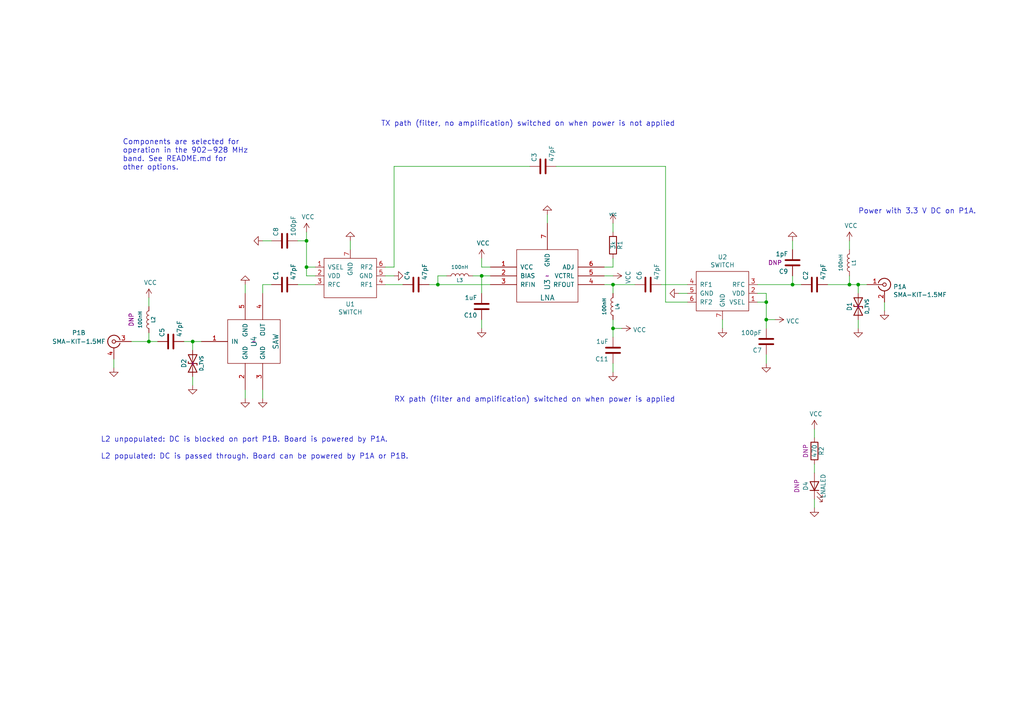
<source format=kicad_sch>
(kicad_sch (version 20230121) (generator eeschema)
  (paper "A4")
  (title_block (title "LNA1109") (date "2020-08-05") (company "Copyright (c) 2014-2020 Great Scott Gadgets <info@greatscottgadgets.com>") (comment 1 "Licensed under the CERN-OHL-P v2"))
  (lib_symbols
    (symbol "Device:C" (pin_numbers hide) (pin_names (offset 0.254))
      (property "Reference" "C" (at 0.635 2.54 0))
      (property "Value" "C" (at 0.635 -2.54 0))
      (symbol "C_0_1"
        (polyline (pts (xy -2.032 -0.762) (xy 2.032 -0.762)) (stroke (width 0.508)))
        (polyline (pts (xy -2.032 0.762) (xy 2.032 0.762)) (stroke (width 0.508)))
      )
      (symbol "C_1_1"
        (pin passive line (at 0 3.81 270) (length 2.794) (name "~") (number "1"))
        (pin passive line (at 0 -3.81 90) (length 2.794) (name "~") (number "2"))
      )
    )
    (symbol "Device:D_TVS" (pin_numbers hide) (pin_names (offset 1.016) hide)
      (property "Reference" "D" (at 0 2.54 0))
      (property "Value" "D_TVS" (at 0 -2.54 0))
      (symbol "D_TVS_0_1"
        (polyline (pts (xy 1.27 0) (xy -1.27 0)))
        (polyline (pts (xy 0.508 1.27) (xy 0 1.27) (xy 0 -1.27) (xy -0.508 -1.27)) (stroke (width 0.254)))
        (polyline (pts (xy -2.54 1.27) (xy -2.54 -1.27) (xy 2.54 1.27) (xy 2.54 -1.27) (xy -2.54 1.27)) (stroke (width 0.254)))
      )
      (symbol "D_TVS_1_1"
        (pin passive line (at -3.81 0 0) (length 2.54) (name "A1") (number "1"))
        (pin passive line (at 3.81 0 180) (length 2.54) (name "A2") (number "2"))
      )
    )
    (symbol "Device:L" (pin_numbers hide) (pin_names (offset 1.016) hide)
      (property "Reference" "L" (at -1.27 0 90))
      (property "Value" "L" (at 1.905 0 90))
      (symbol "L_0_1"
        (arc (start 0 -2.54) (mid 0.6323 -1.905) (end 0 -1.27))
        (arc (start 0 -1.27) (mid 0.6323 -0.635) (end 0 0))
        (arc (start 0 0) (mid 0.6323 0.635) (end 0 1.27))
        (arc (start 0 1.27) (mid 0.6323 1.905) (end 0 2.54))
      )
      (symbol "L_1_1"
        (pin passive line (at 0 3.81 270) (length 1.27) (name "1") (number "1"))
        (pin passive line (at 0 -3.81 90) (length 1.27) (name "2") (number "2"))
      )
    )
    (symbol "Device:LED" (pin_numbers hide) (pin_names (offset 1.016) hide)
      (property "Reference" "D" (at 0 2.54 0))
      (property "Value" "LED" (at 0 -2.54 0))
      (symbol "LED_0_1"
        (polyline (pts (xy -1.27 -1.27) (xy -1.27 1.27)) (stroke (width 0.254)))
        (polyline (pts (xy -1.27 0) (xy 1.27 0)))
        (polyline (pts (xy 1.27 -1.27) (xy 1.27 1.27) (xy -1.27 0) (xy 1.27 -1.27)) (stroke (width 0.254)))
        (polyline (pts (xy -3.048 -0.762) (xy -4.572 -2.286) (xy -3.81 -2.286) (xy -4.572 -2.286) (xy -4.572 -1.524)))
        (polyline (pts (xy -1.778 -0.762) (xy -3.302 -2.286) (xy -2.54 -2.286) (xy -3.302 -2.286) (xy -3.302 -1.524)))
      )
      (symbol "LED_1_1"
        (pin passive line (at -3.81 0 0) (length 2.54) (name "K") (number "1"))
        (pin passive line (at 3.81 0 180) (length 2.54) (name "A") (number "2"))
      )
    )
    (symbol "Device:R" (pin_numbers hide) (pin_names (offset 0))
      (property "Reference" "R" (at 2.032 0 90))
      (property "Value" "R" (at 0 0 90))
      (symbol "R_0_1"
        (rectangle (start -1.016 -2.54) (end 1.016 2.54) (stroke (width 0.254)))
      )
      (symbol "R_1_1"
        (pin passive line (at 0 3.81 270) (length 1.27) (name "~") (number "1"))
        (pin passive line (at 0 -3.81 90) (length 1.27) (name "~") (number "2"))
      )
    )
    (symbol "LNA1109-rescue:BGB741L7ESD-gsg-symbols" (pin_names (offset 1.016))
      (property "Reference" "U" (at 0 -2.54 90))
      (property "Value" "gsg-symbols_BGB741L7ESD" (at 0 -6.35 0))
      (symbol "BGB741L7ESD-gsg-symbols_0_1"
        (rectangle (start -8.89 7.62) (end 8.89 -7.62))
      )
      (symbol "BGB741L7ESD-gsg-symbols_1_1"
        (pin power_in line (at -16.51 2.54 0) (length 7.62) (name "VCC") (number "1"))
        (pin output line (at -16.51 0 0) (length 7.62) (name "BIAS") (number "2"))
        (pin input line (at -16.51 -2.54 0) (length 7.62) (name "RFIN") (number "3"))
        (pin output line (at 16.51 -2.54 180) (length 7.62) (name "RFOUT") (number "4"))
        (pin input line (at 16.51 0 180) (length 7.62) (name "VCTRL") (number "5"))
        (pin input line (at 16.51 2.54 180) (length 7.62) (name "ADJ") (number "6"))
        (pin power_in line (at 0 15.24 270) (length 7.62) (name "GND") (number "7"))
      )
    )
    (symbol "LNA1109-rescue:FAR-F5QA-gsg-symbols" (pin_names (offset 1.016))
      (property "Reference" "U" (at 0 0 90))
      (property "Value" "gsg-symbols_FAR-F5QA" (at 6.35 0 90))
      (symbol "FAR-F5QA-gsg-symbols_0_1"
        (rectangle (start -7.62 6.35) (end 7.62 -6.35))
      )
      (symbol "FAR-F5QA-gsg-symbols_1_1"
        (pin bidirectional line (at -15.24 0 0) (length 7.62) (name "IN") (number "1"))
        (pin power_in line (at -2.54 -13.97 90) (length 7.62) (name "GND") (number "2"))
        (pin power_in line (at 2.54 -13.97 90) (length 7.62) (name "GND") (number "3"))
        (pin bidirectional line (at 2.54 13.97 270) (length 7.62) (name "OUT") (number "4"))
        (pin power_in line (at -2.54 13.97 270) (length 7.62) (name "GND") (number "5"))
      )
    )
    (symbol "LNA1109-rescue:GRF6011-gsg-symbols" (pin_names (offset 1.016))
      (property "Reference" "U" (at 0 -2.54 0))
      (property "Value" "gsg-symbols_GRF6011" (at 0 -5.08 0))
      (symbol "GRF6011-gsg-symbols_0_1"
        (rectangle (start -7.62 5.08) (end 7.62 -6.35))
      )
      (symbol "GRF6011-gsg-symbols_1_1"
        (pin input line (at -10.16 2.54 0) (length 2.54) (name "VSEL") (number "1"))
        (pin power_in line (at -10.16 0 0) (length 2.54) (name "VDD") (number "2"))
        (pin bidirectional line (at -10.16 -2.54 0) (length 2.54) (name "RFC") (number "3"))
        (pin bidirectional line (at 10.16 -2.54 180) (length 2.54) (name "RF1") (number "4"))
        (pin power_in line (at 10.16 0 180) (length 2.54) (name "GND") (number "5"))
        (pin bidirectional line (at 10.16 2.54 180) (length 2.54) (name "RF2") (number "6"))
        (pin power_in line (at 0 7.62 270) (length 2.54) (name "GND") (number "7"))
      )
    )
    (symbol "LNA1109-rescue:SMA-KIT-1.5MF-gsg-symbols" (pin_names (offset 1.016) hide)
      (property "Reference" "P" (at 0 3.302 0))
      (property "Value" "gsg-symbols_SMA-KIT-1.5MF" (at 3.048 0 90))
      (symbol "SMA-KIT-1.5MF-gsg-symbols_0_1"
        (arc (start -1.778 -0.508) (mid 0.2311 -1.8066) (end 1.778 0) (stroke (width 0.254)))
        (circle (center 0 0) (radius 0.508) (stroke (width 0.2032)))
        (arc (start 1.778 0) (mid 0.2099 1.8101) (end -1.778 0.508) (stroke (width 0.254)))
      )
      (symbol "SMA-KIT-1.5MF-gsg-symbols_1_1"
        (pin passive line (at -5.08 0 0) (length 4.572) (name "RF") (number "1"))
        (pin passive line (at 0 -5.08 90) (length 3.302) (name "SHIELD") (number "2"))
      )
      (symbol "SMA-KIT-1.5MF-gsg-symbols_2_1"
        (pin passive line (at -5.08 0 0) (length 4.572) (name "RF") (number "3"))
        (pin passive line (at 0 -5.08 90) (length 3.302) (name "SHIELD") (number "4"))
      )
    )
    (symbol "power:GND" (power) (pin_names (offset 0))
      (property "Value" "GND" (at 0 -3.81 0))
      (symbol "GND_0_1"
        (polyline (pts (xy 0 0) (xy 0 -1.27) (xy 1.27 -1.27) (xy 0 -2.54) (xy -1.27 -1.27) (xy 0 -1.27)))
      )
      (symbol "GND_1_1"
        (pin power_in line (at 0 0 270) (length 0) hide (name "GND") (number "1"))
      )
    )
    (symbol "power:VCC" (power) (pin_names (offset 0))
      (property "Value" "VCC" (at 0 3.81 0))
      (symbol "VCC_0_1"
        (polyline (pts (xy -0.762 1.27) (xy 0 2.54)))
        (polyline (pts (xy 0 0) (xy 0 2.54)))
        (polyline (pts (xy 0 2.54) (xy 0.762 1.27)))
      )
      (symbol "VCC_1_1"
        (pin power_in line (at 0 0 90) (length 0) hide (name "VCC") (number "1"))
      )
    )
  )
  (junction (at 246.38 82.55))
  (junction (at 222.25 92.71))
  (junction (at 88.9 69.85))
  (junction (at 229.87 82.55))
  (junction (at 177.8 82.55))
  (junction (at 139.7 80.01))
  (junction (at 177.8 95.25))
  (junction (at 55.88 99.06))
  (junction (at 222.25 87.63))
  (junction (at 43.18 99.06))
  (junction (at 88.9 77.47))
  (junction (at 248.92 82.55))
  (junction (at 127 82.55))
  (wire (pts (xy 139.7 77.47) (xy 139.7 74.93)))
  (wire (pts (xy 229.87 80.01) (xy 229.87 82.55)))
  (wire (pts (xy 129.54 80.01) (xy 127 80.01)))
  (wire (pts (xy 240.03 82.55) (xy 246.38 82.55)))
  (wire (pts (xy 55.88 111.76) (xy 55.88 109.22)))
  (wire (pts (xy 33.02 106.68) (xy 33.02 104.14)))
  (wire (pts (xy 127 80.01) (xy 127 82.55)))
  (wire (pts (xy 219.71 87.63) (xy 222.25 87.63)))
  (wire (pts (xy 71.12 82.55) (xy 71.12 85.09)))
  (wire (pts (xy 139.7 80.01) (xy 139.7 85.09)))
  (wire (pts (xy 101.6 72.39) (xy 101.6 69.85)))
  (wire (pts (xy 175.26 82.55) (xy 177.8 82.55)))
  (wire (pts (xy 222.25 87.63) (xy 222.25 92.71)))
  (wire (pts (xy 55.88 99.06) (xy 58.42 99.06)))
  (wire (pts (xy 229.87 69.85) (xy 229.87 72.39)))
  (wire (pts (xy 88.9 80.01) (xy 88.9 77.47)))
  (wire (pts (xy 76.2 69.85) (xy 78.74 69.85)))
  (wire (pts (xy 111.76 77.47) (xy 114.3 77.47)))
  (wire (pts (xy 196.85 85.09) (xy 199.39 85.09)))
  (wire (pts (xy 236.22 144.78) (xy 236.22 147.32)))
  (wire (pts (xy 137.16 80.01) (xy 139.7 80.01)))
  (wire (pts (xy 43.18 86.36) (xy 43.18 88.9)))
  (wire (pts (xy 229.87 82.55) (xy 232.41 82.55)))
  (wire (pts (xy 222.25 102.87) (xy 222.25 105.41)))
  (wire (pts (xy 175.26 80.01) (xy 177.8 80.01)))
  (wire (pts (xy 177.8 95.25) (xy 180.34 95.25)))
  (wire (pts (xy 114.3 80.01) (xy 111.76 80.01)))
  (wire (pts (xy 53.34 99.06) (xy 55.88 99.06)))
  (wire (pts (xy 177.8 77.47) (xy 177.8 74.93)))
  (wire (pts (xy 177.8 95.25) (xy 177.8 97.79)))
  (wire (pts (xy 127 82.55) (xy 142.24 82.55)))
  (wire (pts (xy 139.7 80.01) (xy 142.24 80.01)))
  (wire (pts (xy 76.2 82.55) (xy 78.74 82.55)))
  (wire (pts (xy 175.26 77.47) (xy 177.8 77.47)))
  (wire (pts (xy 246.38 69.85) (xy 246.38 72.39)))
  (wire (pts (xy 209.55 92.71) (xy 209.55 95.25)))
  (wire (pts (xy 43.18 96.52) (xy 43.18 99.06)))
  (wire (pts (xy 43.18 99.06) (xy 45.72 99.06)))
  (wire (pts (xy 199.39 82.55) (xy 191.77 82.55)))
  (wire (pts (xy 246.38 82.55) (xy 248.92 82.55)))
  (wire (pts (xy 91.44 80.01) (xy 88.9 80.01)))
  (wire (pts (xy 158.75 62.23) (xy 158.75 64.77)))
  (wire (pts (xy 55.88 99.06) (xy 55.88 101.6)))
  (wire (pts (xy 222.25 92.71) (xy 222.25 95.25)))
  (wire (pts (xy 86.36 82.55) (xy 91.44 82.55)))
  (wire (pts (xy 38.1 99.06) (xy 43.18 99.06)))
  (wire (pts (xy 161.29 48.26) (xy 193.04 48.26)))
  (wire (pts (xy 124.46 82.55) (xy 127 82.55)))
  (wire (pts (xy 219.71 82.55) (xy 229.87 82.55)))
  (wire (pts (xy 71.12 113.03) (xy 71.12 115.57)))
  (wire (pts (xy 114.3 48.26) (xy 153.67 48.26)))
  (wire (pts (xy 114.3 77.47) (xy 114.3 48.26)))
  (wire (pts (xy 177.8 82.55) (xy 177.8 85.09)))
  (wire (pts (xy 193.04 48.26) (xy 193.04 87.63)))
  (wire (pts (xy 111.76 82.55) (xy 116.84 82.55)))
  (wire (pts (xy 76.2 82.55) (xy 76.2 85.09)))
  (wire (pts (xy 86.36 69.85) (xy 88.9 69.85)))
  (wire (pts (xy 177.8 82.55) (xy 184.15 82.55)))
  (wire (pts (xy 256.54 87.63) (xy 256.54 90.17)))
  (wire (pts (xy 224.79 92.71) (xy 222.25 92.71)))
  (wire (pts (xy 222.25 85.09) (xy 222.25 87.63)))
  (wire (pts (xy 248.92 82.55) (xy 248.92 85.09)))
  (wire (pts (xy 236.22 134.62) (xy 236.22 137.16)))
  (wire (pts (xy 219.71 85.09) (xy 222.25 85.09)))
  (wire (pts (xy 177.8 105.41) (xy 177.8 107.95)))
  (wire (pts (xy 88.9 77.47) (xy 88.9 69.85)))
  (wire (pts (xy 139.7 95.25) (xy 139.7 92.71)))
  (wire (pts (xy 193.04 87.63) (xy 199.39 87.63)))
  (wire (pts (xy 177.8 92.71) (xy 177.8 95.25)))
  (wire (pts (xy 88.9 69.85) (xy 88.9 67.31)))
  (wire (pts (xy 248.92 92.71) (xy 248.92 95.25)))
  (wire (pts (xy 236.22 124.46) (xy 236.22 127)))
  (wire (pts (xy 248.92 82.55) (xy 251.46 82.55)))
  (wire (pts (xy 177.8 64.77) (xy 177.8 67.31)))
  (wire (pts (xy 246.38 80.01) (xy 246.38 82.55)))
  (wire (pts (xy 139.7 77.47) (xy 142.24 77.47)))
  (wire (pts (xy 76.2 113.03) (xy 76.2 115.57)))
  (wire (pts (xy 91.44 77.47) (xy 88.9 77.47)))
  (text "TX path (filter, no amplification) switched on when power is not applied" (at 110.49 36.83 0) (effects (font (size 1.524 1.524)) (justify left bottom)))
  (text "RX path (filter and amplification) switched on when power is applied\n" (at 114.3 116.84 0) (effects (font (size 1.524 1.524)) (justify left bottom)))
  (text "L2 unpopulated: DC is blocked on port P1B. Board is powered by P1A.\n\nL2 populated: DC is passed through. Board can be powered by P1A or P1B." (at 29.21 133.35 0) (effects (font (size 1.524 1.524)) (justify left bottom)))
  (text "Components are selected for\noperation in the 902-928 MHz\nband. See README.md for\nother options." (at 35.56 49.53 0) (effects (font (size 1.524 1.524)) (justify left bottom)))
  (text "Power with 3.3 V DC on P1A." (at 248.92 62.23 0) (effects (font (size 1.524 1.524)) (justify left bottom)))
  (symbol (lib_id "Device:D_TVS") (at 248.92 88.9 90) (unit 1)
    (property "Reference" "D1" (at 246.38 88.9 0))
    (property "Value" "D_TVS" (at 251.46 88.9 0) (effects (font (size 1.016 1.016))))
    (property "Footprint" "gsg-modules:0402" (effects hide))
    (property "Datasheet" "~" (at 248.92 88.9 0) (effects (font (size 1.524 1.524))))
    (property "Manufacturer" "Murata" (effects hide))
    (property "Part Number" "LXES15AAA1-153" (effects hide))
    (property "Description" "TVS DIODE 4V 1005" (effects hide))
  )
  (symbol (lib_id "power:GND") (at 256.54 90.17 0) (unit 1)
    (property "Reference" "#PWR01" (effects hide))
    (property "Value" "GND" (effects hide))
  )
  (symbol (lib_id "power:GND") (at 248.92 95.25 0) (unit 1)
    (property "Reference" "#PWR02" (effects hide))
    (property "Value" "GND" (effects hide))
  )
  (symbol (lib_id "power:GND") (at 55.88 111.76 0) (unit 1)
    (property "Reference" "#PWR03" (effects hide))
    (property "Value" "GND" (effects hide))
  )
  (symbol (lib_id "power:GND") (at 33.02 106.68 0) (unit 1)
    (property "Reference" "#PWR04" (effects hide))
    (property "Value" "GND" (effects hide))
  )
  (symbol (lib_id "Device:C") (at 49.53 99.06 90) (unit 1)
    (property "Reference" "C5" (at 46.99 97.79 0) (effects (justify left)))
    (property "Value" "47pF" (at 52.07 97.79 0) (effects (justify left)))
    (property "Footprint" "gsg-modules:0402" (effects hide))
    (property "Manufacturer" "Murata" (effects hide))
    (property "Part Number" "GCM1555C1H470JA16D" (effects hide))
    (property "Description" "CAP CER 47PF 50V C0G/NP0 0402" (effects hide))
  )
  (symbol (lib_id "LNA1109-rescue:FAR-F5QA-gsg-symbols") (at 73.66 99.06 0) (unit 1)
    (property "Reference" "U4" (at 73.66 99.06 90) (effects (font (size 1.524 1.524))))
    (property "Value" "SAW" (at 80.01 99.06 90) (effects (font (size 1.524 1.524))))
    (property "Footprint" "gsg-modules:F5Q" (effects hide))
    (property "Datasheet" "~" (at 73.66 99.06 0) (effects (font (size 1.524 1.524))))
    (property "Manufacturer" "Taiyo Yuden" (effects hide))
    (property "Part Number" "FAR-F5QA-915M00-M2AK-J" (effects hide))
    (property "Description" "FILTER SAW 915MHZ ISM900 SMD" (effects hide))
  )
  (symbol (lib_id "power:GND") (at 71.12 115.57 0) (unit 1)
    (property "Reference" "#PWR05" (effects hide))
    (property "Value" "GND" (effects hide))
  )
  (symbol (lib_id "power:GND") (at 76.2 115.57 0) (unit 1)
    (property "Reference" "#PWR06" (effects hide))
    (property "Value" "GND" (effects hide))
  )
  (symbol (lib_id "power:GND") (at 71.12 82.55 180) (unit 1)
    (property "Reference" "#PWR07" (effects hide))
    (property "Value" "GND" (effects hide))
  )
  (symbol (lib_id "Device:LED") (at 236.22 140.97 90) (unit 1)
    (property "Reference" "D4" (at 233.68 140.97 0))
    (property "Value" "LNALED" (at 238.76 140.97 0))
    (property "Footprint" "gsg-modules:0402" (effects hide))
    (property "Note" "DNP" (at 231.14 140.97 0))
  )
  (symbol (lib_id "LNA1109-rescue:BGB741L7ESD-gsg-symbols") (at 158.75 80.01 0) (unit 1)
    (property "Reference" "U3" (at 158.75 82.55 90) (effects (font (size 1.524 1.524))))
    (property "Value" "LNA" (at 158.75 86.36 0) (effects (font (size 1.524 1.524))))
    (property "Footprint" "gsg-modules:TSLP-7-1" (effects hide))
    (property "Datasheet" "~" (at 158.75 80.01 0) (effects (font (size 1.524 1.524))))
    (property "Manufacturer" "Infineon" (effects hide))
    (property "Part Number" "BGB 741L7ESD E6327" (effects hide))
    (property "Description" "IC AMP MMIC LNA TSLP7-1" (effects hide))
  )
  (symbol (lib_id "power:GND") (at 158.75 62.23 180) (unit 1)
    (property "Reference" "#PWR08" (effects hide))
    (property "Value" "GND" (effects hide))
  )
  (symbol (lib_id "Device:R") (at 177.8 71.12 0) (unit 1)
    (property "Reference" "R1" (at 179.832 71.12 90))
    (property "Value" "3k" (at 177.8 71.12 90))
    (property "Footprint" "gsg-modules:0402" (effects hide))
    (property "Manufacturer" "Stackpole" (effects hide))
    (property "Part Number" "RMCF0402FT3K00" (effects hide))
    (property "Description" "RES 3K OHM 1/16W 1% 0402" (effects hide))
  )
  (symbol (lib_id "power:VCC") (at 177.8 64.77 0) (unit 1)
    (property "Reference" "#PWR010" (effects hide))
    (property "Value" "VCC" (at 177.8 62.23 0) (effects (font (size 0.762 0.762))))
  )
  (symbol (lib_id "Device:L") (at 177.8 88.9 180) (unit 1)
    (property "Reference" "L4" (at 179.07 88.9 90) (effects (font (size 1.016 1.016))))
    (property "Value" "100nH" (at 175.26 88.9 90) (effects (font (size 1.016 1.016))))
    (property "Footprint" "gsg-modules:0402" (effects hide))
    (property "Manufacturer" "Taiyo Yuden" (effects hide))
    (property "Part Number" "HK1005R10J-T" (effects hide))
    (property "Description" "FIXED IND 100NH 200MA 1.5 OHM" (effects hide))
  )
  (symbol (lib_id "Device:C") (at 139.7 88.9 180) (unit 1)
    (property "Reference" "C10" (at 138.43 91.44 0) (effects (justify left)))
    (property "Value" "1uF" (at 138.43 86.36 0) (effects (justify left)))
    (property "Footprint" "gsg-modules:0402" (effects hide))
    (property "Manufacturer" "Taiyo Yuden" (effects hide))
    (property "Part Number" "LMK105BJ105KV-F" (effects hide))
    (property "Description" "CAP CER 1UF 10V 10% X5R 0402" (effects hide))
  )
  (symbol (lib_id "power:GND") (at 139.7 95.25 0) (unit 1)
    (property "Reference" "#PWR013" (effects hide))
    (property "Value" "GND" (effects hide))
  )
  (symbol (lib_id "power:GND") (at 177.8 107.95 0) (unit 1)
    (property "Reference" "#PWR014" (effects hide))
    (property "Value" "GND" (effects hide))
  )
  (symbol (lib_id "Device:L") (at 133.35 80.01 90) (unit 1)
    (property "Reference" "L3" (at 133.35 81.28 90) (effects (font (size 1.016 1.016))))
    (property "Value" "100nH" (at 133.35 77.47 90) (effects (font (size 1.016 1.016))))
    (property "Footprint" "gsg-modules:0402" (effects hide))
    (property "Manufacturer" "Taiyo Yuden" (effects hide))
    (property "Part Number" "HK1005R10J-T" (effects hide))
    (property "Description" "FIXED IND 100NH 200MA 1.5 OHM" (effects hide))
  )
  (symbol (lib_id "Device:L") (at 246.38 76.2 180) (unit 1)
    (property "Reference" "L1" (at 247.65 76.2 90) (effects (font (size 1.016 1.016))))
    (property "Value" "100nH" (at 243.84 76.2 90) (effects (font (size 1.016 1.016))))
    (property "Footprint" "gsg-modules:0402" (effects hide))
    (property "Manufacturer" "Taiyo Yuden" (effects hide))
    (property "Part Number" "HK1005R10J-T" (effects hide))
    (property "Description" "FIXED IND 100NH 200MA 1.5 OHM" (effects hide))
  )
  (symbol (lib_id "Device:R") (at 236.22 130.81 0) (unit 1)
    (property "Reference" "R2" (at 238.252 130.81 90))
    (property "Value" "470" (at 236.22 130.81 90))
    (property "Footprint" "gsg-modules:0402" (effects hide))
    (property "Manufacturer" "Stackpole" (effects hide))
    (property "Part Number" "RMCF0402JT470R" (effects hide))
    (property "Description" "RES TF 1/16W 470 OHM 5% 0402" (effects hide))
    (property "Note" "DNP" (at 233.68 130.81 90))
  )
  (symbol (lib_id "power:GND") (at 236.22 147.32 0) (unit 1)
    (property "Reference" "#PWR016" (effects hide))
    (property "Value" "GND" (effects hide))
  )
  (symbol (lib_id "Device:C") (at 157.48 48.26 90) (unit 1)
    (property "Reference" "C3" (at 154.94 46.99 0) (effects (justify left)))
    (property "Value" "47pF" (at 160.02 46.99 0) (effects (justify left)))
    (property "Footprint" "gsg-modules:0402" (effects hide))
    (property "Manufacturer" "Murata" (effects hide))
    (property "Part Number" "GCM1555C1H470JA16D" (effects hide))
    (property "Description" "CAP CER 47PF 50V C0G/NP0 0402" (effects hide))
  )
  (symbol (lib_id "Device:C") (at 120.65 82.55 90) (unit 1)
    (property "Reference" "C4" (at 118.11 81.28 0) (effects (justify left)))
    (property "Value" "47pF" (at 123.19 81.28 0) (effects (justify left)))
    (property "Footprint" "gsg-modules:0402" (effects hide))
    (property "Manufacturer" "Murata" (effects hide))
    (property "Part Number" "GCM1555C1H470JA16D" (effects hide))
    (property "Description" "CAP CER 47PF 50V C0G/NP0 0402" (effects hide))
  )
  (symbol (lib_id "Device:C") (at 187.96 82.55 90) (unit 1)
    (property "Reference" "C6" (at 185.42 81.28 0) (effects (justify left)))
    (property "Value" "47pF" (at 190.5 81.28 0) (effects (justify left)))
    (property "Footprint" "gsg-modules:0402" (effects hide))
    (property "Manufacturer" "Murata" (effects hide))
    (property "Part Number" "GCM1555C1H470JA16D" (effects hide))
    (property "Description" "CAP CER 47PF 50V C0G/NP0 0402" (effects hide))
  )
  (symbol (lib_id "Device:C") (at 236.22 82.55 90) (unit 1)
    (property "Reference" "C2" (at 233.68 81.28 0) (effects (justify left)))
    (property "Value" "47pF" (at 238.76 81.28 0) (effects (justify left)))
    (property "Footprint" "gsg-modules:0402" (effects hide))
    (property "Manufacturer" "Murata" (effects hide))
    (property "Part Number" "GCM1555C1H470JA16D" (effects hide))
    (property "Description" "CAP CER 47PF 50V C0G/NP0 0402" (effects hide))
  )
  (symbol (lib_id "Device:C") (at 82.55 82.55 90) (unit 1)
    (property "Reference" "C1" (at 80.01 81.28 0) (effects (justify left)))
    (property "Value" "47pF" (at 85.09 81.28 0) (effects (justify left)))
    (property "Footprint" "gsg-modules:0402" (effects hide))
    (property "Manufacturer" "Murata" (effects hide))
    (property "Part Number" "GCM1555C1H470JA16D" (effects hide))
    (property "Description" "CAP CER 47PF 50V C0G/NP0 0402" (effects hide))
  )
  (symbol (lib_id "Device:C") (at 177.8 101.6 180) (unit 1)
    (property "Reference" "C11" (at 176.53 104.14 0) (effects (justify left)))
    (property "Value" "1uF" (at 176.53 99.06 0) (effects (justify left)))
    (property "Footprint" "gsg-modules:0402" (effects hide))
    (property "Manufacturer" "Taiyo Yuden" (effects hide))
    (property "Part Number" "LMK105BJ105KV-F" (effects hide))
    (property "Description" "CAP CER 1UF 10V 10% X5R 0402" (effects hide))
  )
  (symbol (lib_id "Device:D_TVS") (at 55.88 105.41 90) (unit 1)
    (property "Reference" "D2" (at 53.34 105.41 0))
    (property "Value" "D_TVS" (at 58.42 105.41 0) (effects (font (size 1.016 1.016))))
    (property "Footprint" "gsg-modules:0402" (effects hide))
    (property "Datasheet" "~" (at 55.88 105.41 0) (effects (font (size 1.524 1.524))))
    (property "Manufacturer" "Murata" (effects hide))
    (property "Part Number" "LXES15AAA1-153" (effects hide))
    (property "Description" "TVS DIODE 4V 1005" (effects hide))
  )
  (symbol (lib_id "LNA1109-rescue:GRF6011-gsg-symbols") (at 101.6 80.01 0) (unit 1)
    (property "Reference" "U1" (at 101.6 88.2142 0))
    (property "Value" "SWITCH" (at 101.6 90.5256 0))
    (property "Footprint" "gsg-modules:GRF6011" (effects hide))
    (property "Description" "SPDT Failsafe Switch 0.1 –6.0 GHz " (effects hide))
    (property "Manufacturer" "Guerrilla RF" (effects hide))
    (property "Part Number" "GRF6011" (effects hide))
  )
  (symbol (lib_id "LNA1109-rescue:SMA-KIT-1.5MF-gsg-symbols") (at 256.54 82.55 0) (unit 1)
    (property "Reference" "P1" (at 259.08 83.185 0) (effects (justify left)))
    (property "Value" "SMA-KIT-1.5MF" (at 259.08 85.4964 0) (effects (justify left)))
    (property "Footprint" "gsg-modules:SMA-KIT-1.5MF" (effects hide))
    (property "Description" "HOUSING BRASS 0.43\"DIA X 1.5\"L" (effects hide))
    (property "Manufacturer" "Crystek" (effects hide))
    (property "Part Number" "SMA-KIT-1.5MF" (effects hide))
  )
  (symbol (lib_id "LNA1109-rescue:SMA-KIT-1.5MF-gsg-symbols") (at 33.02 99.06 0) (mirror y) (unit 2)
    (property "Reference" "P1" (at 22.86 96.52 0))
    (property "Value" "SMA-KIT-1.5MF" (at 22.86 99.06 0))
    (property "Footprint" "gsg-modules:SMA-KIT-1.5MF" (effects hide))
    (property "Description" "HOUSING BRASS 0.43\"DIA X 1.5\"L" (effects hide))
    (property "Manufacturer" "Crystek" (effects hide))
    (property "Part Number" "SMA-KIT-1.5MF" (effects hide))
  )
  (symbol (lib_id "LNA1109-rescue:GRF6011-gsg-symbols") (at 209.55 85.09 180) (unit 1)
    (property "Reference" "U2" (at 209.55 74.549 0))
    (property "Value" "SWITCH" (at 209.55 76.8604 0))
    (property "Footprint" "gsg-modules:GRF6011" (effects hide))
    (property "Description" "SPDT Failsafe Switch 0.1 –6.0 GHz " (effects hide))
    (property "Manufacturer" "Guerrilla RF" (effects hide))
    (property "Part Number" "GRF6011" (effects hide))
  )
  (symbol (lib_id "Device:C") (at 82.55 69.85 90) (unit 1)
    (property "Reference" "C8" (at 80.01 68.58 0) (effects (justify left)))
    (property "Value" "100pF" (at 85.09 68.58 0) (effects (justify left)))
    (property "Footprint" "gsg-modules:0402" (effects hide))
    (property "Manufacturer" "Murata" (effects hide))
    (property "Part Number" "GCM1555C1H101JA16D" (effects hide))
    (property "Description" "CAP CER 100PF 50V 5% NP0 0402" (effects hide))
  )
  (symbol (lib_id "power:GND") (at 76.2 69.85 270) (unit 1)
    (property "Reference" "#PWR0102" (effects hide))
    (property "Value" "GND" (effects hide))
  )
  (symbol (lib_id "Device:C") (at 222.25 99.06 180) (unit 1)
    (property "Reference" "C7" (at 220.98 101.6 0) (effects (justify left)))
    (property "Value" "100pF" (at 220.98 96.52 0) (effects (justify left)))
    (property "Footprint" "gsg-modules:0402" (effects hide))
    (property "Manufacturer" "Murata" (effects hide))
    (property "Part Number" "GCM1555C1H101JA16D" (effects hide))
    (property "Description" "CAP CER 100PF 50V 5% NP0 0402" (effects hide))
  )
  (symbol (lib_id "power:GND") (at 222.25 105.41 0) (unit 1)
    (property "Reference" "#PWR0104" (effects hide))
    (property "Value" "GND" (effects hide))
  )
  (symbol (lib_id "power:GND") (at 101.6 69.85 180) (unit 1)
    (property "Reference" "#PWR0105" (effects hide))
    (property "Value" "GND" (effects hide))
  )
  (symbol (lib_id "power:GND") (at 114.3 80.01 90) (unit 1)
    (property "Reference" "#PWR0106" (effects hide))
    (property "Value" "GND" (effects hide))
  )
  (symbol (lib_id "power:GND") (at 209.55 95.25 0) (unit 1)
    (property "Reference" "#PWR0107" (effects hide))
    (property "Value" "GND" (effects hide))
  )
  (symbol (lib_id "power:GND") (at 196.85 85.09 270) (unit 1)
    (property "Reference" "#PWR0108" (effects hide))
    (property "Value" "GND" (effects hide))
  )
  (symbol (lib_id "Device:L") (at 43.18 92.71 180) (unit 1)
    (property "Reference" "L2" (at 44.45 92.71 90) (effects (font (size 1.016 1.016))))
    (property "Value" "100nH" (at 40.64 92.71 90) (effects (font (size 1.016 1.016))))
    (property "Footprint" "gsg-modules:0402" (effects hide))
    (property "Manufacturer" "Taiyo Yuden" (effects hide))
    (property "Part Number" "HK1005R10J-T" (effects hide))
    (property "Description" "FIXED IND 100NH 200MA 1.5 OHM" (effects hide))
    (property "Note" "DNP" (at 38.1 92.71 90))
  )
  (symbol (lib_id "Device:C") (at 229.87 76.2 180) (unit 1)
    (property "Reference" "C9" (at 228.6 78.74 0) (effects (justify left)))
    (property "Value" "1pF" (at 228.6 73.66 0) (effects (justify left)))
    (property "Footprint" "gsg-modules:0402" (effects hide))
    (property "Note" "DNP" (at 224.79 76.2 0))
  )
  (symbol (lib_id "power:GND") (at 229.87 69.85 180) (unit 1)
    (property "Reference" "#PWR018" (effects hide))
    (property "Value" "GND" (effects hide))
  )
  (symbol (lib_id "power:VCC") (at 43.18 86.36 0) (unit 1)
    (property "Reference" "#PWR0101" (effects hide))
    (property "Value" "VCC" (at 43.6118 81.9658 0))
  )
  (symbol (lib_id "power:VCC") (at 88.9 67.31 0) (unit 1)
    (property "Reference" "#PWR0103" (effects hide))
    (property "Value" "VCC" (at 89.3318 62.9158 0))
  )
  (symbol (lib_id "power:VCC") (at 139.7 74.93 0) (unit 1)
    (property "Reference" "#PWR0109" (effects hide))
    (property "Value" "VCC" (at 140.1318 70.5358 0))
  )
  (symbol (lib_id "power:VCC") (at 177.8 80.01 270) (unit 1)
    (property "Reference" "#PWR0110" (effects hide))
    (property "Value" "VCC" (at 182.1942 80.4418 0))
  )
  (symbol (lib_id "power:VCC") (at 180.34 95.25 270) (unit 1)
    (property "Reference" "#PWR0111" (effects hide))
    (property "Value" "VCC" (at 183.5912 95.6818 90) (effects (justify left)))
  )
  (symbol (lib_id "power:VCC") (at 224.79 92.71 270) (unit 1)
    (property "Reference" "#PWR0113" (effects hide))
    (property "Value" "VCC" (at 228.0412 93.1418 90) (effects (justify left)))
  )
  (symbol (lib_id "power:VCC") (at 246.38 69.85 0) (unit 1)
    (property "Reference" "#PWR0114" (effects hide))
    (property "Value" "VCC" (at 246.8118 65.4558 0))
  )
  (symbol (lib_id "power:VCC") (at 236.22 124.46 0) (unit 1)
    (property "Reference" "#PWR0112" (effects hide))
    (property "Value" "VCC" (at 236.6518 120.0658 0))
  )
)
</source>
